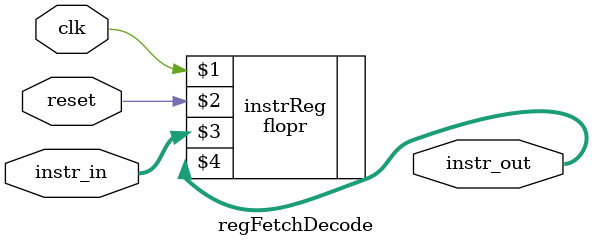
<source format=sv>
module regFetchDecode(	input  logic clk, reset,
								input  logic [29:0] instr_in,
								output logic [29:0] instr_out);

flopr instrReg(clk, reset, instr_in, instr_out);
								
endmodule 
</source>
